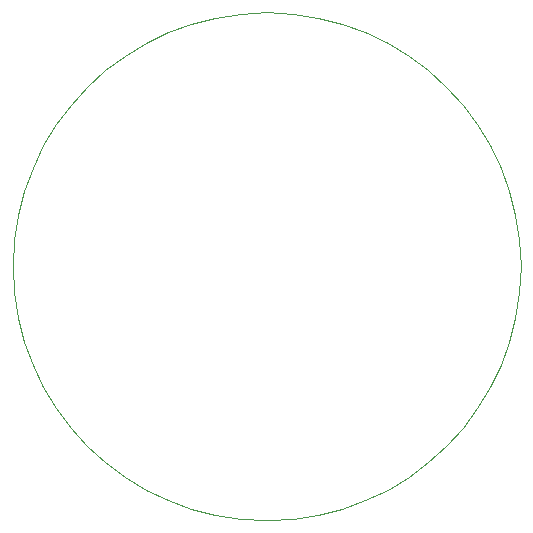
<source format=gtp>
G04 EAGLE Gerber RS-274X export*
G75*
%MOMM*%
%FSLAX34Y34*%
%LPD*%
%INSolder paste top*%
%IPPOS*%
%AMOC8*
5,1,8,0,0,1.08239X$1,22.5*%
G01*
%ADD10C,0.001000*%


D10*
X455400Y240400D02*
X454290Y218418D01*
X451032Y197070D01*
X445734Y176466D01*
X438504Y156712D01*
X429451Y137918D01*
X418681Y120192D01*
X406305Y103640D01*
X392428Y88372D01*
X377160Y74496D01*
X360609Y62119D01*
X342882Y51349D01*
X324088Y42296D01*
X304334Y35066D01*
X283730Y29768D01*
X262383Y26510D01*
X240400Y25400D01*
X218418Y26510D01*
X197070Y29768D01*
X176466Y35066D01*
X156712Y42296D01*
X137918Y51349D01*
X120192Y62119D01*
X103640Y74496D01*
X88372Y88372D01*
X74496Y103640D01*
X62119Y120192D01*
X51349Y137918D01*
X42296Y156712D01*
X35066Y176466D01*
X29768Y197070D01*
X26510Y218418D01*
X25400Y240400D01*
X26510Y262383D01*
X29768Y283730D01*
X35066Y304334D01*
X42296Y324088D01*
X51349Y342882D01*
X62119Y360609D01*
X74496Y377160D01*
X88372Y392428D01*
X103640Y406305D01*
X120192Y418681D01*
X137918Y429451D01*
X156712Y438504D01*
X176466Y445734D01*
X197070Y451032D01*
X218418Y454290D01*
X240400Y455400D01*
X262383Y454290D01*
X283730Y451032D01*
X304334Y445734D01*
X324088Y438504D01*
X342882Y429451D01*
X360609Y418681D01*
X377160Y406305D01*
X392428Y392428D01*
X406305Y377160D01*
X418681Y360609D01*
X429451Y342882D01*
X438504Y324088D01*
X445734Y304334D01*
X451032Y283730D01*
X454290Y262383D01*
X455400Y240400D01*
M02*

</source>
